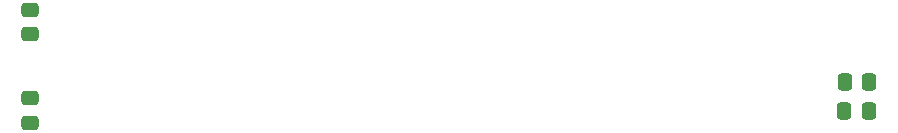
<source format=gbr>
G04 #@! TF.GenerationSoftware,KiCad,Pcbnew,9.0.4*
G04 #@! TF.CreationDate,2025-08-30T14:04:45-07:00*
G04 #@! TF.ProjectId,romi_board_bottom,726f6d69-5f62-46f6-9172-645f626f7474,rev?*
G04 #@! TF.SameCoordinates,Original*
G04 #@! TF.FileFunction,Paste,Top*
G04 #@! TF.FilePolarity,Positive*
%FSLAX46Y46*%
G04 Gerber Fmt 4.6, Leading zero omitted, Abs format (unit mm)*
G04 Created by KiCad (PCBNEW 9.0.4) date 2025-08-30 14:04:45*
%MOMM*%
%LPD*%
G01*
G04 APERTURE LIST*
G04 Aperture macros list*
%AMRoundRect*
0 Rectangle with rounded corners*
0 $1 Rounding radius*
0 $2 $3 $4 $5 $6 $7 $8 $9 X,Y pos of 4 corners*
0 Add a 4 corners polygon primitive as box body*
4,1,4,$2,$3,$4,$5,$6,$7,$8,$9,$2,$3,0*
0 Add four circle primitives for the rounded corners*
1,1,$1+$1,$2,$3*
1,1,$1+$1,$4,$5*
1,1,$1+$1,$6,$7*
1,1,$1+$1,$8,$9*
0 Add four rect primitives between the rounded corners*
20,1,$1+$1,$2,$3,$4,$5,0*
20,1,$1+$1,$4,$5,$6,$7,0*
20,1,$1+$1,$6,$7,$8,$9,0*
20,1,$1+$1,$8,$9,$2,$3,0*%
G04 Aperture macros list end*
%ADD10RoundRect,0.250000X0.337500X0.475000X-0.337500X0.475000X-0.337500X-0.475000X0.337500X-0.475000X0*%
%ADD11RoundRect,0.250000X0.475000X-0.337500X0.475000X0.337500X-0.475000X0.337500X-0.475000X-0.337500X0*%
G04 APERTURE END LIST*
D10*
X132075000Y-107000000D03*
X130000000Y-107000000D03*
D11*
X61000000Y-103000000D03*
X61000000Y-100925000D03*
D10*
X132037500Y-109500000D03*
X129962500Y-109500000D03*
D11*
X61000000Y-110500000D03*
X61000000Y-108425000D03*
M02*

</source>
